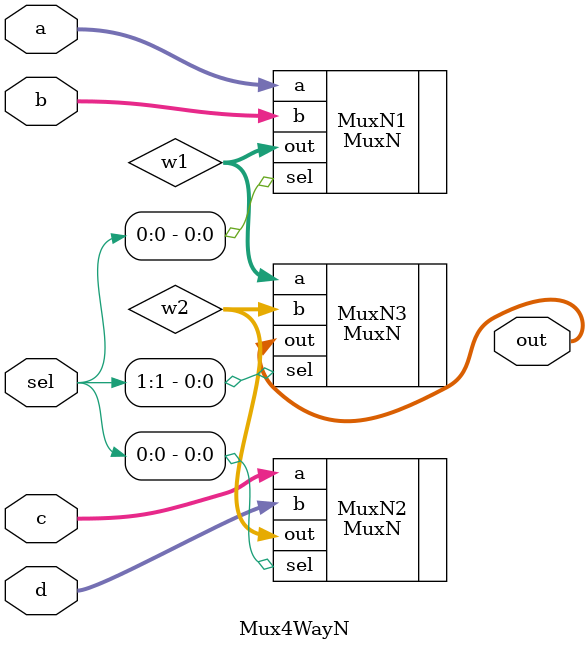
<source format=v>
module Mux4WayN #(
  parameter width = 16
) (
  input wire[width-1:0] a, b, c, d,
  input wire [1:0] sel,
  output wire [width-1:0] out
);

wire [width-1:0] w1, w2;

MuxN #(.width(width)) MuxN1(.a(a), .b(b), .sel(sel[0]), .out(w1));
MuxN #(.width(width)) MuxN2(.a(c), .b(d), .sel(sel[0]), .out(w2));
MuxN #(.width(width)) MuxN3(.a(w1), .b(w2), .sel(sel[1]), .out(out));

endmodule

</source>
